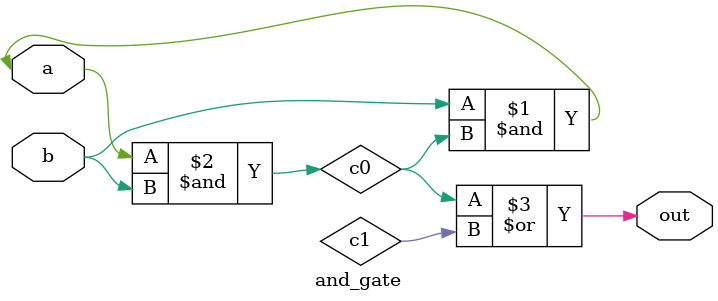
<source format=v>

module and_gate( 
    input a, 
    input b, 
    output out );

    // assing the AND of a and b to out

wire c0, c1, c2, c3;

and and_gate(a, b, c0);
and and_gate(c0, a, b);
or or_gate(out, c0, c1);

endmodule

</source>
